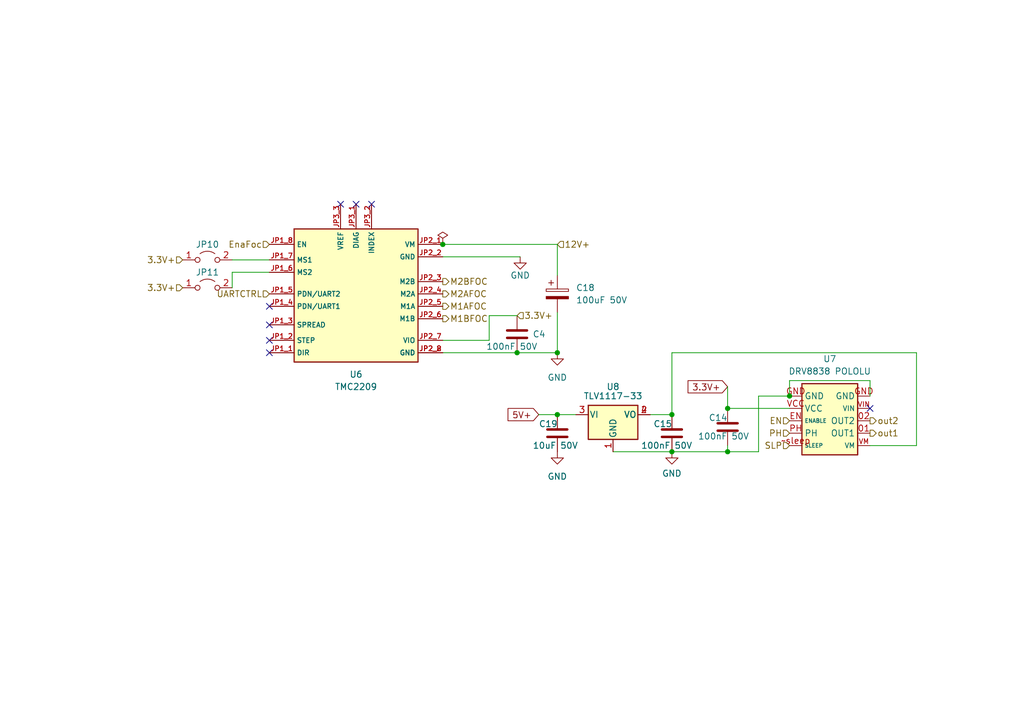
<source format=kicad_sch>
(kicad_sch (version 20211123) (generator eeschema)
  (paper "A5")
  (title_block (title "Rastaban-HAT") (date "2022-12-14") (rev "1.6") (company "HAN") (comment 1 "Casper R. Tak"))
  (lib_symbols
    (symbol "Device:C" (pin_numbers hide) (pin_names (offset 0.254))
      (property "Reference" "C" (at 0.635 2.54 0))
      (property "Value" "C" (at 0.635 -2.54 0))
      (symbol "C_0_1"
        (polyline (pts (xy -2.032 -0.762) (xy 2.032 -0.762)) (stroke (width 0.508)))
        (polyline (pts (xy -2.032 0.762) (xy 2.032 0.762)) (stroke (width 0.508)))
      )
      (symbol "C_1_1"
        (pin passive line (at 0 3.81 270) (length 2.794) (name "~") (number "1"))
        (pin passive line (at 0 -3.81 90) (length 2.794) (name "~") (number "2"))
      )
    )
    (symbol "Device:C_Polarized" (pin_numbers hide) (pin_names (offset 0.254))
      (property "Reference" "C" (at 0.635 2.54 0))
      (property "Value" "C_Polarized" (at 0.635 -2.54 0))
      (symbol "C_Polarized_0_1"
        (rectangle (start -2.286 0.508) (end 2.286 1.016))
        (polyline (pts (xy -1.778 2.286) (xy -0.762 2.286)))
        (polyline (pts (xy -1.27 2.794) (xy -1.27 1.778)))
        (rectangle (start 2.286 -0.508) (end -2.286 -1.016) (fill (type outline)))
      )
      (symbol "C_Polarized_1_1"
        (pin passive line (at 0 3.81 270) (length 2.794) (name "~") (number "1"))
        (pin passive line (at 0 -3.81 90) (length 2.794) (name "~") (number "2"))
      )
    )
    (symbol "Driver_Motor:DRV8838 POLOLU"
      (property "Reference" "U" (at 0 8.89 0))
      (property "Value" "DRV8838 POLOLU" (at 0 6.35 0))
      (symbol "DRV8838 POLOLU_0_0"
        (pin power_in line (at 8.255 0 180) (length 2.54) (name "VIN") (number "VIN"))
        (pin power_in line (at 8.255 -7.62 180) (length 2.54) (name "VM") (number "VM"))
      )
      (symbol "DRV8838 POLOLU_0_1"
        (rectangle (start -5.715 5.08) (end 5.715 -9.525) (stroke (width 0.254)) (fill (type background)))
      )
      (symbol "DRV8838 POLOLU_1_1"
        (pin output line (at 8.255 -5.08 180) (length 2.54) (name "OUT1") (number "01"))
        (pin output line (at 8.255 -2.54 180) (length 2.54) (name "OUT2") (number "02"))
        (pin input line (at -8.255 -2.54 0) (length 2.54) (name "ENABLE") (number "EN"))
        (pin power_in line (at -8.255 2.54 0) (length 2.54) (name "GND") (number "GND"))
        (pin power_in line (at 8.255 2.54 180) (length 2.54) (name "GND") (number "GND"))
        (pin input line (at -8.255 -5.08 0) (length 2.54) (name "PH") (number "PH"))
        (pin power_in line (at -8.255 0 0) (length 2.54) (name "VCC") (number "VCC"))
        (pin input line (at -8.255 -7.62 0) (length 2.54) (name "SLEEP") (number "~sleep"))
      )
    )
    (symbol "Jumper:Jumper_2_Open" (pin_names (offset 0) hide)
      (property "Reference" "JP" (at 0 2.794 0))
      (property "Value" "Jumper_2_Open" (at 0 -2.286 0))
      (symbol "Jumper_2_Open_0_0"
        (circle (center -2.032 0) (radius 0.508))
        (circle (center 2.032 0) (radius 0.508))
      )
      (symbol "Jumper_2_Open_0_1"
        (arc (start 1.524 1.27) (mid 0 1.778) (end -1.524 1.27))
      )
      (symbol "Jumper_2_Open_1_1"
        (pin passive line (at -5.08 0 0) (length 2.54) (name "A") (number "1"))
        (pin passive line (at 5.08 0 180) (length 2.54) (name "B") (number "2"))
      )
    )
    (symbol "Regulator_Linear:TLV1117-33" (pin_names (offset 0.254))
      (property "Reference" "U8" (at 0 5.715 0))
      (property "Value" "TLV1117-33" (at 0 3.81 0))
      (symbol "TLV1117-33_0_1"
        (rectangle (start -5.08 -5.08) (end 5.08 1.905) (stroke (width 0.254)) (fill (type background)))
      )
      (symbol "TLV1117-33_1_1"
        (pin power_in line (at 0 -7.62 90) (length 2.54) (name "GND") (number "1"))
        (pin power_out line (at 7.62 0 180) (length 2.54) (name "VO") (number "2"))
        (pin power_in line (at -7.62 0 0) (length 2.54) (name "VI") (number "3"))
        (pin power_out line (at 7.62 0 180) (length 2.54) (name "VO") (number "4"))
      )
    )
    (symbol "TMC2209:TMC2209"
      (property "Reference" "U" (at 0 32.385 0))
      (property "Value" "TMC2209" (at 0 30.48 0))
      (symbol "TMC2209_0_0"
        (rectangle (start -12.7 19.05) (end 12.7 -8.255) (stroke (width 0.254)) (fill (type background)))
        (pin input line (at -17.78 -6.35 0) (length 5.08) (name "DIR") (number "JP1_1"))
        (pin input line (at -17.78 -3.81 0) (length 5.08) (name "STEP") (number "JP1_2"))
        (pin bidirectional line (at -17.78 -0.635 0) (length 5.08) (name "SPREAD") (number "JP1_3"))
        (pin bidirectional line (at -17.78 3.175 0) (length 5.08) (name "PDN/UART1") (number "JP1_4"))
        (pin bidirectional line (at -17.78 5.715 0) (length 5.08) (name "PDN/UART2") (number "JP1_5"))
        (pin input line (at -17.78 10.16 0) (length 5.08) (name "MS2") (number "JP1_6"))
        (pin input line (at -17.78 12.7 0) (length 5.08) (name "MS1") (number "JP1_7"))
        (pin input line (at -17.78 15.875 0) (length 5.08) (name "EN") (number "JP1_8"))
        (pin power_in line (at 17.78 15.875 180) (length 5.08) (name "VM") (number "JP2_1"))
        (pin power_in line (at 17.78 -6.35 180) (length 5.08) (name "GND") (number "JP2_2"))
        (pin power_in line (at 17.78 13.335 180) (length 5.08) (name "GND") (number "JP2_2"))
        (pin passive line (at 17.78 8.255 180) (length 5.08) (name "M2B") (number "JP2_3"))
        (pin passive line (at 17.78 5.715 180) (length 5.08) (name "M2A") (number "JP2_4"))
        (pin passive line (at 17.78 3.175 180) (length 5.08) (name "M1A") (number "JP2_5"))
        (pin passive line (at 17.78 0.635 180) (length 5.08) (name "M1B") (number "JP2_6"))
        (pin power_in line (at 17.78 -3.81 180) (length 5.08) (name "VIO") (number "JP2_7"))
        (pin power_in line (at 17.78 -6.35 180) (length 5.08) (name "GND") (number "JP2_8"))
        (pin output line (at 0 24.13 270) (length 5.08) (name "DIAG") (number "JP3_1"))
        (pin output line (at 3.175 24.13 270) (length 5.08) (name "INDEX") (number "JP3_2"))
        (pin passive line (at -3.175 24.13 270) (length 5.08) (name "VREF") (number "JP3_3"))
      )
    )
    (symbol "power:GND" (power) (pin_names (offset 0))
      (property "Value" "GND" (at 0 -3.81 0))
      (symbol "GND_0_1"
        (polyline (pts (xy 0 0) (xy 0 -1.27) (xy 1.27 -1.27) (xy 0 -2.54) (xy -1.27 -1.27) (xy 0 -1.27)))
      )
      (symbol "GND_1_1"
        (pin power_in line (at 0 0 270) (length 0) hide (name "GND") (number "1"))
      )
    )
    (symbol "power:PWR_FLAG" (power) (pin_numbers hide) (pin_names (offset 0) hide)
      (property "Value" "PWR_FLAG" (at 0 3.81 0))
      (symbol "PWR_FLAG_0_0"
        (pin power_out line (at 0 0 90) (length 0) (name "pwr") (number "1"))
      )
      (symbol "PWR_FLAG_0_1"
        (polyline (pts (xy 0 0) (xy 0 1.27) (xy -1.016 1.905) (xy 0 2.54) (xy 1.016 1.905) (xy 0 1.27)))
      )
    )
  )
  (junction (at 114.3 72.39))
  (junction (at 106.045 72.39))
  (junction (at 149.225 83.82))
  (junction (at 161.925 81.28))
  (junction (at 137.795 85.09))
  (junction (at 114.3 85.09))
  (junction (at 149.225 92.71))
  (junction (at 137.795 92.71))
  (junction (at 90.805 50.165))
  (no_connect (at 76.2 41.91))
  (no_connect (at 178.435 83.82))
  (no_connect (at 69.85 41.91))
  (no_connect (at 55.245 62.865))
  (no_connect (at 55.245 66.675))
  (no_connect (at 73.025 41.91))
  (no_connect (at 55.245 72.39))
  (no_connect (at 55.245 69.85))
  (wire (pts (xy 149.225 83.82) (xy 161.925 83.82)))
  (wire (pts (xy 161.925 78.105) (xy 161.925 81.28)))
  (wire (pts (xy 137.795 92.71) (xy 149.225 92.71)))
  (wire (pts (xy 178.435 78.105) (xy 161.925 78.105)))
  (wire (pts (xy 47.625 53.34) (xy 55.245 53.34)))
  (wire (pts (xy 149.225 91.44) (xy 149.225 92.71)))
  (wire (pts (xy 155.575 81.28) (xy 161.925 81.28)))
  (wire (pts (xy 137.795 72.39) (xy 187.96 72.39)))
  (wire (pts (xy 90.805 72.39) (xy 106.045 72.39)))
  (wire (pts (xy 187.96 72.39) (xy 187.96 91.44)))
  (wire (pts (xy 90.805 52.705) (xy 106.68 52.705)))
  (wire (pts (xy 149.225 79.375) (xy 149.225 83.82)))
  (wire (pts (xy 55.245 55.88) (xy 47.625 55.88)))
  (wire (pts (xy 187.96 91.44) (xy 178.435 91.44)))
  (wire (pts (xy 137.795 72.39) (xy 137.795 85.09)))
  (wire (pts (xy 100.33 64.77) (xy 106.045 64.77)))
  (wire (pts (xy 110.49 85.09) (xy 114.3 85.09)))
  (wire (pts (xy 155.575 92.71) (xy 155.575 81.28)))
  (wire (pts (xy 178.435 81.28) (xy 178.435 78.105)))
  (wire (pts (xy 47.625 55.88) (xy 47.625 59.055)))
  (wire (pts (xy 114.3 56.515) (xy 114.3 50.165)))
  (wire (pts (xy 125.73 92.71) (xy 137.795 92.71)))
  (wire (pts (xy 114.3 64.135) (xy 114.3 72.39)))
  (wire (pts (xy 100.33 69.85) (xy 100.33 64.77)))
  (wire (pts (xy 90.805 50.165) (xy 114.3 50.165)))
  (wire (pts (xy 90.805 69.85) (xy 100.33 69.85)))
  (wire (pts (xy 106.045 72.39) (xy 114.3 72.39)))
  (wire (pts (xy 133.35 85.09) (xy 137.795 85.09)))
  (wire (pts (xy 114.3 85.09) (xy 118.11 85.09)))
  (wire (pts (xy 149.225 92.71) (xy 155.575 92.71)))
  (global_label "3.3V+" (shape input) (at 149.225 79.375 180) (property "Intersheet References" "${INTERSHEET_REFS}" (effects hide)))
  (global_label "5V+" (shape input) (at 110.49 85.09 180) (property "Intersheet References" "${INTERSHEET_REFS}" (effects hide)))
  (hierarchical_label "UARTCTRL" (shape input) (at 55.245 60.325 180))
  (hierarchical_label "12V+" (shape input) (at 114.3 50.165 0))
  (hierarchical_label "M2AFOC" (shape output) (at 90.805 60.325 0))
  (hierarchical_label "M2BFOC" (shape output) (at 90.805 57.785 0))
  (hierarchical_label "M1AFOC" (shape output) (at 90.805 62.865 0))
  (hierarchical_label "3.3V+" (shape input) (at 37.465 59.055 180))
  (hierarchical_label "out2" (shape output) (at 178.435 86.36 0))
  (hierarchical_label "3.3V+" (shape input) (at 37.465 53.34 180))
  (hierarchical_label "EnaFoc" (shape input) (at 55.245 50.165 180))
  (hierarchical_label "out1" (shape output) (at 178.435 88.9 0))
  (hierarchical_label "SLP" (shape input) (at 161.925 91.44 180))
  (hierarchical_label "3.3V+" (shape input) (at 106.045 64.77 0))
  (hierarchical_label "M1BFOC" (shape output) (at 90.805 65.405 0))
  (hierarchical_label "EN" (shape input) (at 161.925 86.36 180))
  (hierarchical_label "PH" (shape input) (at 161.925 88.9 180))
  (symbol (lib_id "power:GND") (at 137.795 92.71 0) (unit 1)
    (property "Reference" "#PWR024" (effects hide))
    (property "Value" "GND" (at 137.795 97.155 0))
  )
  (symbol (lib_id "power:PWR_FLAG") (at 90.805 50.165 0) (unit 1)
    (property "Reference" "#FLG03" (effects hide))
    (property "Value" "PWR_FLAG" (effects hide))
  )
  (symbol (lib_id "power:GND") (at 106.68 52.705 0) (unit 1)
    (property "Reference" "#PWR029" (effects hide))
    (property "Value" "GND" (at 106.68 56.515 0))
  )
  (symbol (lib_id "Device:C") (at 106.045 68.58 0) (unit 1)
    (property "Reference" "C4" (at 109.22 68.58 0) (effects (justify left)))
    (property "Value" "100nF 50V" (at 99.695 71.12 0) (effects (justify left)))
    (property "Footprint" "Capacitor_SMD:C_0805_2012Metric_Pad1.18x1.45mm_HandSolder" (effects hide))
    (property "Purpose" "decoupling" (effects hide))
    (property "LCSC" "C476766" (effects hide))
  )
  (symbol (lib_id "Driver_Motor:DRV8838 POLOLU") (at 170.18 83.82 0) (unit 1)
    (property "Reference" "U7" (at 170.18 73.66 0))
    (property "Value" "DRV8838 POLOLU" (at 170.18 76.2 0))
    (property "Footprint" "Module:DRV8838 POLOLU" (effects hide))
    (property "Datasheet" "http://www.ti.com/lit/ds/symlink/drv8837.pdf" (effects hide))
    (property "Vanallesenmeer" "https://www.vanallesenmeer.nl/DRV8838-Single-Brushed-DC-Motor-Driver-Carrier-Pololu-2990" (effects hide))
    (property "Purpose" "Voicecoil driver" (effects hide))
  )
  (symbol (lib_id "Device:C") (at 137.795 88.9 180) (unit 1)
    (property "Reference" "C15" (at 133.985 86.995 0) (effects (justify right)))
    (property "Value" "100nF 50V" (at 131.445 91.44 0) (effects (justify right)))
    (property "Footprint" "Capacitor_SMD:C_0805_2012Metric_Pad1.18x1.45mm_HandSolder" (effects hide))
    (property "Purpose" "decoupling" (effects hide))
    (property "LCSC" "C476766" (effects hide))
  )
  (symbol (lib_id "Device:C") (at 149.225 87.63 0) (unit 1)
    (property "Reference" "C14" (at 149.225 85.725 0) (effects (justify right)))
    (property "Value" "100nF 50V" (at 153.67 89.535 0) (effects (justify right)))
    (property "Footprint" "Capacitor_SMD:C_0805_2012Metric_Pad1.18x1.45mm_HandSolder" (effects hide))
    (property "Purpose" "decoupling" (effects hide))
    (property "LCSC" "C476766" (effects hide))
  )
  (symbol (lib_id "Jumper:Jumper_2_Open") (at 42.545 53.34 0) (unit 1)
    (property "Reference" "JP10" (at 42.545 50.165 0))
    (property "Value" "Jumper_2_Open" (effects hide))
    (property "Footprint" "Jumper:SolderJumper-2_P1.3mm_Open_RoundedPad1.0x1.5mm" (effects hide))
    (property "LCSC" "x" (effects hide))
    (property "Mouser" "x" (effects hide))
  )
  (symbol (lib_id "power:GND") (at 114.3 92.71 0) (unit 1)
    (property "Reference" "#PWR023" (effects hide))
    (property "Value" "GND" (at 114.3 97.79 0))
  )
  (symbol (lib_id "Device:C_Polarized") (at 114.3 60.325 0) (unit 1)
    (property "Reference" "C18" (at 118.11 59.0549 0) (effects (justify left)))
    (property "Value" "100uF 50V" (at 118.11 61.5949 0) (effects (justify left)))
    (property "Footprint" "Capacitor_SMD:CP_Elec_8x10" (effects hide))
    (property "Manufacturer_Part_Number" "C3339" (effects hide))
    (property "Purpose" "decoupling" (effects hide))
    (property "LCSC" "C445063" (effects hide))
  )
  (symbol (lib_id "Regulator_Linear:TLV1117-33") (at 125.73 85.09 0) (unit 1)
    (property "Reference" "U8" (at 125.73 79.375 0))
    (property "Value" "TLV1117-33" (at 125.73 81.28 0))
    (property "Footprint" "SamacSys_Parts:SOT230P700X180-4N" (effects hide))
    (property "Datasheet" "http://www.ti.com/lit/ds/symlink/tlv1117.pdf" (effects hide))
    (property "LCSC" "C37359" (effects hide))
    (property "Purpose" "Voltage regulator for drv 8838" (effects hide))
  )
  (symbol (lib_id "TMC2209:TMC2209") (at 73.025 66.04 0) (unit 1)
    (property "Reference" "U6" (at 73.025 76.835 0))
    (property "Value" "TMC2209" (at 73.025 79.375 0))
    (property "Footprint" "SnapEDA Library:MODULE_TMC2208_SILENTSTEPSTICK" (effects hide))
    (property "Purpose" "Focus lens driver" (effects hide))
    (property "Vanallesenmeer" "https://nl.aliexpress.com/item/1005002965406330.html?spm=a2g0o.productlist.0.0.5ab05290xpAGY2&algo_pvid=5172e3c2-a517-4e26-8f28-d4aed2d923ff&algo_exp_id=5172e3c2-a517-4e26-8f28-d4aed2d923ff-0&pdp_ext_f=%7B%22sku_id%22%3A%2212000022993916649%22%7D&pdp_npi=2%40dis%21EUR%212.67%212.67%21%21%211.58%21%21%400b0a187916625360827022616e4d67%2112000022993916649%21sea&curPageLogUid=vVAK5sJpMeMa" (effects hide))
  )
  (symbol (lib_id "Jumper:Jumper_2_Open") (at 42.545 59.055 0) (unit 1)
    (property "Reference" "JP11" (at 42.545 55.88 0))
    (property "Value" "Jumper_2_Open" (effects hide))
    (property "Footprint" "Jumper:SolderJumper-2_P1.3mm_Open_RoundedPad1.0x1.5mm" (effects hide))
    (property "LCSC" "x" (effects hide))
    (property "Mouser" "x" (effects hide))
  )
  (symbol (lib_id "Device:C") (at 114.3 88.9 0) (unit 1)
    (property "Reference" "C19" (at 110.49 86.995 0) (effects (justify left)))
    (property "Value" "10uF 50V" (at 109.22 91.44 0) (effects (justify left)))
    (property "Footprint" "Capacitor_SMD:C_0805_2012Metric_Pad1.18x1.45mm_HandSolder" (effects hide))
    (property "Manufacturer_Part_Number" "C9807" (effects hide))
    (property "Purpose" "decoupling" (effects hide))
    (property "LCSC" "C15850" (effects hide))
  )
  (symbol (lib_id "power:GND") (at 114.3 72.39 0) (unit 1)
    (property "Reference" "#PWR030" (effects hide))
    (property "Value" "GND" (at 114.3 77.47 0))
  )
)
</source>
